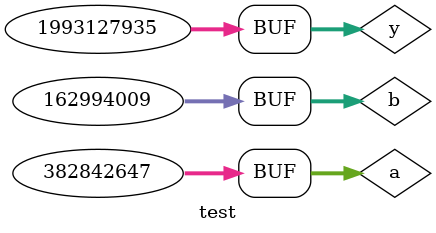
<source format=v>
module test;

wire [31:0] y;
reg [31:0] a,b;
 
assign y = a*b;

initial
begin
	$monitor("a = %h, b = %h, y = %h",a,b,y);
	a = 32'b00010110110100011011011100010111;
	b = 32'b00001001101101110001011101011001;
end


endmodule

</source>
